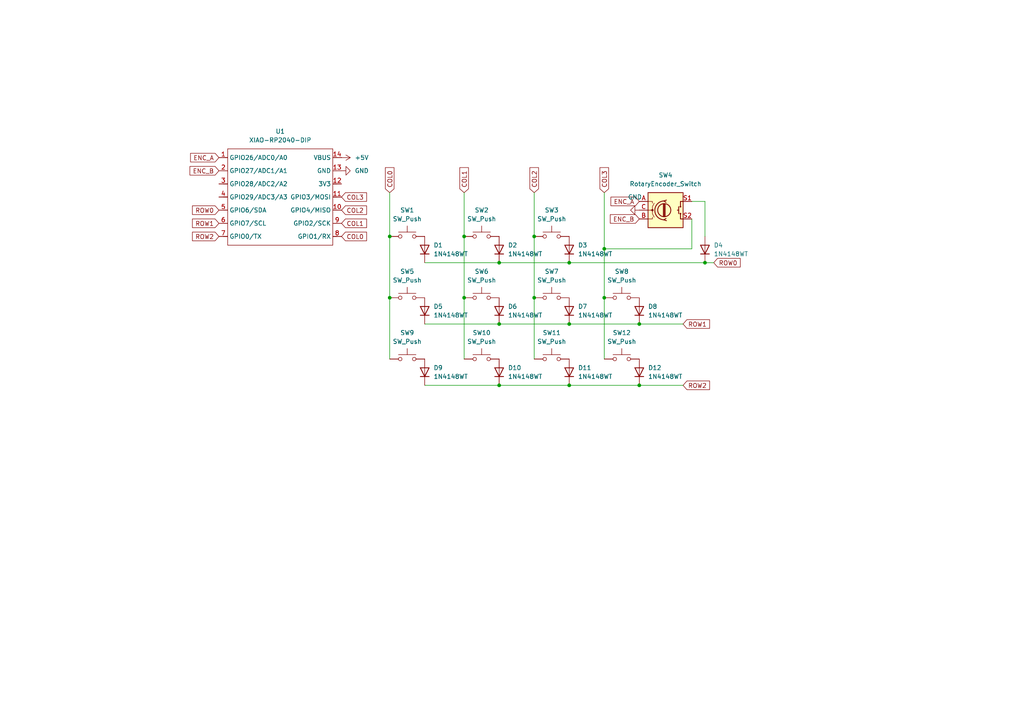
<source format=kicad_sch>
(kicad_sch (version 20250114) (generator "eeschema") (generator_version "9.0")
  (paper "A4")
  (title_block (title "PixelPad macropad"))
  (lib_symbols
    (symbol "Device:RotaryEncoder_Switch" (pin_names (offset 0.254) (hide yes))
      (property "Reference" "SW" (at 0 6.604 0))
      (property "Value" "RotaryEncoder_Switch" (at 0 -6.604 0))
      (symbol "RotaryEncoder_Switch_0_1"
        (rectangle (start -5.08 5.08) (end 5.08 -5.08) (stroke (width 0.254)) (fill (type background)))
        (polyline (pts (xy -5.08 2.54) (xy -3.81 2.54) (xy -3.81 2.032)))
        (polyline (pts (xy -5.08 0) (xy -3.81 0) (xy -3.81 -1.016) (xy -3.302 -2.032)))
        (polyline (pts (xy -5.08 -2.54) (xy -3.81 -2.54) (xy -3.81 -2.032)))
        (polyline (pts (xy -4.318 0) (xy -3.81 0) (xy -3.81 1.016) (xy -3.302 2.032)))
        (circle (center -3.81 0) (radius 0.254) (fill (type outline)))
        (polyline (pts (xy -0.635 -1.778) (xy -0.635 1.778)) (stroke (width 0.254)))
        (circle (center -0.381 0) (radius 1.905) (stroke (width 0.254)))
        (polyline (pts (xy -0.381 -1.778) (xy -0.381 1.778)) (stroke (width 0.254)))
        (arc (start -0.381 -2.794) (mid -3.0988 -0.0635) (end -0.381 2.667) (stroke (width 0.254)))
        (polyline (pts (xy -0.127 1.778) (xy -0.127 -1.778)) (stroke (width 0.254)))
        (polyline (pts (xy 0.254 2.921) (xy -0.508 2.667) (xy 0.127 2.286)) (stroke (width 0.254)))
        (polyline (pts (xy 0.254 -3.048) (xy -0.508 -2.794) (xy 0.127 -2.413)) (stroke (width 0.254)))
        (polyline (pts (xy 3.81 1.016) (xy 3.81 -1.016)) (stroke (width 0.254)))
        (polyline (pts (xy 3.81 0) (xy 3.429 0)) (stroke (width 0.254)))
        (circle (center 4.318 1.016) (radius 0.127) (stroke (width 0.254)))
        (circle (center 4.318 -1.016) (radius 0.127) (stroke (width 0.254)))
        (polyline (pts (xy 5.08 2.54) (xy 4.318 2.54) (xy 4.318 1.016)) (stroke (width 0.254)))
        (polyline (pts (xy 5.08 -2.54) (xy 4.318 -2.54) (xy 4.318 -1.016)) (stroke (width 0.254)))
      )
      (symbol "RotaryEncoder_Switch_1_1"
        (pin passive line (at -7.62 2.54 0) (length 2.54) (name "A") (number "A"))
        (pin passive line (at -7.62 0 0) (length 2.54) (name "C") (number "C"))
        (pin passive line (at -7.62 -2.54 0) (length 2.54) (name "B") (number "B"))
        (pin passive line (at 7.62 2.54 180) (length 2.54) (name "S1") (number "S1"))
        (pin passive line (at 7.62 -2.54 180) (length 2.54) (name "S2") (number "S2"))
      )
    )
    (symbol "Diode:1N4148WT" (pin_numbers (hide yes)) (pin_names (hide yes))
      (property "Reference" "D" (at 0 2.54 0))
      (property "Value" "1N4148WT" (at 0 -2.54 0))
      (symbol "1N4148WT_0_1"
        (polyline (pts (xy -1.27 1.27) (xy -1.27 -1.27)) (stroke (width 0.254)))
        (polyline (pts (xy 1.27 1.27) (xy 1.27 -1.27) (xy -1.27 0) (xy 1.27 1.27)) (stroke (width 0.254)))
        (polyline (pts (xy 1.27 0) (xy -1.27 0)))
      )
      (symbol "1N4148WT_1_1"
        (pin passive line (at -3.81 0 0) (length 2.54) (name "K") (number "1"))
        (pin passive line (at 3.81 0 180) (length 2.54) (name "A") (number "2"))
      )
    )
    (symbol "OPL:XIAO-RP2040-DIP"
      (property "Reference" "U" (at 0 0 0))
      (property "Value" "XIAO-RP2040-DIP" (at 5.334 -1.778 0))
      (symbol "XIAO-RP2040-DIP_1_0"
        (polyline (pts (xy -1.27 -2.54) (xy 29.21 -2.54)) (stroke (width 0.1524)))
        (polyline (pts (xy -1.27 -5.08) (xy -2.54 -5.08)) (stroke (width 0.1524)))
        (polyline (pts (xy -1.27 -5.08) (xy -1.27 -2.54)) (stroke (width 0.1524)))
        (polyline (pts (xy -1.27 -8.89) (xy -2.54 -8.89)) (stroke (width 0.1524)))
        (polyline (pts (xy -1.27 -8.89) (xy -1.27 -5.08)) (stroke (width 0.1524)))
        (polyline (pts (xy -1.27 -12.7) (xy -2.54 -12.7)) (stroke (width 0.1524)))
        (polyline (pts (xy -1.27 -12.7) (xy -1.27 -8.89)) (stroke (width 0.1524)))
        (polyline (pts (xy -1.27 -16.51) (xy -2.54 -16.51)) (stroke (width 0.1524)))
        (polyline (pts (xy -1.27 -16.51) (xy -1.27 -12.7)) (stroke (width 0.1524)))
        (polyline (pts (xy -1.27 -20.32) (xy -2.54 -20.32)) (stroke (width 0.1524)))
        (polyline (pts (xy -1.27 -24.13) (xy -2.54 -24.13)) (stroke (width 0.1524)))
        (polyline (pts (xy -1.27 -27.94) (xy -2.54 -27.94)) (stroke (width 0.1524)))
        (polyline (pts (xy -1.27 -30.48) (xy -1.27 -16.51)) (stroke (width 0.1524)))
        (polyline (pts (xy 29.21 -2.54) (xy 29.21 -5.08)) (stroke (width 0.1524)))
        (polyline (pts (xy 29.21 -5.08) (xy 29.21 -8.89)) (stroke (width 0.1524)))
        (polyline (pts (xy 29.21 -8.89) (xy 29.21 -12.7)) (stroke (width 0.1524)))
        (polyline (pts (xy 29.21 -12.7) (xy 29.21 -30.48)) (stroke (width 0.1524)))
        (polyline (pts (xy 29.21 -30.48) (xy -1.27 -30.48)) (stroke (width 0.1524)))
        (polyline (pts (xy 30.48 -5.08) (xy 29.21 -5.08)) (stroke (width 0.1524)))
        (polyline (pts (xy 30.48 -8.89) (xy 29.21 -8.89)) (stroke (width 0.1524)))
        (polyline (pts (xy 30.48 -12.7) (xy 29.21 -12.7)) (stroke (width 0.1524)))
        (polyline (pts (xy 30.48 -16.51) (xy 29.21 -16.51)) (stroke (width 0.1524)))
        (polyline (pts (xy 30.48 -20.32) (xy 29.21 -20.32)) (stroke (width 0.1524)))
        (polyline (pts (xy 30.48 -24.13) (xy 29.21 -24.13)) (stroke (width 0.1524)))
        (polyline (pts (xy 30.48 -27.94) (xy 29.21 -27.94)) (stroke (width 0.1524)))
        (pin passive line (at -3.81 -5.08 0) (length 2.54) (name "GPIO26/ADC0/A0") (number "1"))
        (pin passive line (at -3.81 -8.89 0) (length 2.54) (name "GPIO27/ADC1/A1") (number "2"))
        (pin passive line (at -3.81 -12.7 0) (length 2.54) (name "GPIO28/ADC2/A2") (number "3"))
        (pin passive line (at -3.81 -16.51 0) (length 2.54) (name "GPIO29/ADC3/A3") (number "4"))
        (pin passive line (at -3.81 -20.32 0) (length 2.54) (name "GPIO6/SDA") (number "5"))
        (pin passive line (at -3.81 -24.13 0) (length 2.54) (name "GPIO7/SCL") (number "6"))
        (pin passive line (at -3.81 -27.94 0) (length 2.54) (name "GPIO0/TX") (number "7"))
        (pin passive line (at 31.75 -5.08 180) (length 2.54) (name "VBUS") (number "14"))
        (pin passive line (at 31.75 -8.89 180) (length 2.54) (name "GND") (number "13"))
        (pin passive line (at 31.75 -12.7 180) (length 2.54) (name "3V3") (number "12"))
        (pin passive line (at 31.75 -16.51 180) (length 2.54) (name "GPIO3/MOSI") (number "11"))
        (pin passive line (at 31.75 -20.32 180) (length 2.54) (name "GPIO4/MISO") (number "10"))
        (pin passive line (at 31.75 -24.13 180) (length 2.54) (name "GPIO2/SCK") (number "9"))
        (pin passive line (at 31.75 -27.94 180) (length 2.54) (name "GPIO1/RX") (number "8"))
      )
    )
    (symbol "Switch:SW_Push" (pin_numbers (hide yes)) (pin_names (offset 1.016) (hide yes))
      (property "Reference" "SW" (at 1.27 2.54 0))
      (property "Value" "SW_Push" (at 0 -1.524 0))
      (symbol "SW_Push_0_1"
        (circle (center -2.032 0) (radius 0.508))
        (polyline (pts (xy 0 1.27) (xy 0 3.048)))
        (circle (center 2.032 0) (radius 0.508))
        (polyline (pts (xy 2.54 1.27) (xy -2.54 1.27)))
        (pin passive line (at -5.08 0 0) (length 2.54) (name "1") (number "1"))
        (pin passive line (at 5.08 0 180) (length 2.54) (name "2") (number "2"))
      )
    )
    (symbol "power:+5V" (power) (pin_numbers (hide yes)) (pin_names (offset 0) (hide yes))
      (property "Value" "+5V" (at 0 3.556 0))
      (symbol "+5V_0_1"
        (polyline (pts (xy -0.762 1.27) (xy 0 2.54)))
        (polyline (pts (xy 0 2.54) (xy 0.762 1.27)))
        (polyline (pts (xy 0 0) (xy 0 2.54)))
      )
      (symbol "+5V_1_1"
        (pin power_in line (at 0 0 90) (length 0) (name "~") (number "1"))
      )
    )
    (symbol "power:GND" (power) (pin_numbers (hide yes)) (pin_names (offset 0) (hide yes))
      (property "Value" "GND" (at 0 -3.81 0))
      (symbol "GND_0_1"
        (polyline (pts (xy 0 0) (xy 0 -1.27) (xy 1.27 -1.27) (xy 0 -2.54) (xy -1.27 -1.27) (xy 0 -1.27)))
      )
      (symbol "GND_1_1"
        (pin power_in line (at 0 0 270) (length 0) (name "~") (number "1"))
      )
    )
  )
  (junction (at 113.03 68.58))
  (junction (at 154.94 86.36))
  (junction (at 154.94 68.58))
  (junction (at 204.47 76.2))
  (junction (at 165.1 93.98))
  (junction (at 185.42 111.76))
  (junction (at 165.1 76.2))
  (junction (at 165.1 111.76))
  (junction (at 144.78 93.98))
  (junction (at 144.78 76.2))
  (junction (at 134.62 86.36))
  (junction (at 175.26 72.1694))
  (junction (at 175.26 86.36))
  (junction (at 185.42 93.98))
  (junction (at 113.03 86.36))
  (junction (at 144.78 111.76))
  (junction (at 134.62 68.58))
  (wire (pts (xy 113.03 86.36) (xy 113.03 104.14)))
  (wire (pts (xy 154.94 86.36) (xy 154.94 104.14)))
  (wire (pts (xy 144.78 76.2) (xy 165.1 76.2)))
  (wire (pts (xy 154.94 68.58) (xy 154.94 86.36)))
  (wire (pts (xy 123.19 76.2) (xy 144.78 76.2)))
  (wire (pts (xy 134.62 55.88) (xy 134.62 68.58)))
  (wire (pts (xy 185.42 93.98) (xy 198.12 93.98)))
  (wire (pts (xy 144.78 111.76) (xy 165.1 111.76)))
  (wire (pts (xy 165.1 111.76) (xy 185.42 111.76)))
  (wire (pts (xy 204.47 76.2) (xy 207.01 76.2)))
  (wire (pts (xy 134.62 68.58) (xy 134.62 86.36)))
  (wire (pts (xy 175.26 55.88) (xy 175.26 72.1694)))
  (wire (pts (xy 175.26 72.1694) (xy 175.26 86.36)))
  (wire (pts (xy 175.26 86.36) (xy 175.26 104.14)))
  (wire (pts (xy 185.42 111.76) (xy 198.12 111.76)))
  (wire (pts (xy 123.19 93.98) (xy 144.78 93.98)))
  (wire (pts (xy 113.03 55.88) (xy 113.03 68.58)))
  (wire (pts (xy 144.78 93.98) (xy 165.1 93.98)))
  (wire (pts (xy 165.1 76.2) (xy 204.47 76.2)))
  (wire (pts (xy 200.66 63.5) (xy 200.66 72.1694)))
  (wire (pts (xy 113.03 68.58) (xy 113.03 86.36)))
  (wire (pts (xy 123.19 111.76) (xy 144.78 111.76)))
  (wire (pts (xy 175.26 72.1694) (xy 200.66 72.1694)))
  (wire (pts (xy 204.47 68.58) (xy 204.47 58.42)))
  (wire (pts (xy 154.94 55.88) (xy 154.94 68.58)))
  (wire (pts (xy 134.62 86.36) (xy 134.62 104.14)))
  (wire (pts (xy 200.66 58.42) (xy 204.47 58.42)))
  (wire (pts (xy 165.1 93.98) (xy 185.42 93.98)))
  (global_label "ROW0" (shape input) (at 207.01 76.2 0) (property "Intersheetrefs" "${INTERSHEET_REFS}" (effects (hide yes))))
  (global_label "ROW2" (shape input) (at 63.5 68.58 180) (property "Intersheetrefs" "${INTERSHEET_REFS}" (effects (hide yes))))
  (global_label "COL3" (shape input) (at 175.26 55.88 90) (property "Intersheetrefs" "${INTERSHEET_REFS}" (effects (hide yes))))
  (global_label "COL2" (shape input) (at 154.94 55.88 90) (property "Intersheetrefs" "${INTERSHEET_REFS}" (effects (hide yes))))
  (global_label "COL2" (shape input) (at 99.06 60.96 0) (property "Intersheetrefs" "${INTERSHEET_REFS}" (effects (hide yes))))
  (global_label "ROW1" (shape input) (at 198.12 93.98 0) (property "Intersheetrefs" "${INTERSHEET_REFS}" (effects (hide yes))))
  (global_label "ENC_A" (shape input) (at 185.42 58.42 180) (property "Intersheetrefs" "${INTERSHEET_REFS}" (effects (hide yes))))
  (global_label "ROW1" (shape input) (at 63.5 64.77 180) (property "Intersheetrefs" "${INTERSHEET_REFS}" (effects (hide yes))))
  (global_label "ENC_A" (shape input) (at 63.5 45.72 180) (property "Intersheetrefs" "${INTERSHEET_REFS}" (effects (hide yes))))
  (global_label "COL1" (shape input) (at 134.62 55.88 90) (property "Intersheetrefs" "${INTERSHEET_REFS}" (effects (hide yes))))
  (global_label "COL1" (shape input) (at 99.06 64.77 0) (property "Intersheetrefs" "${INTERSHEET_REFS}" (effects (hide yes))))
  (global_label "ROW0" (shape input) (at 63.5 60.96 180) (property "Intersheetrefs" "${INTERSHEET_REFS}" (effects (hide yes))))
  (global_label "COL0" (shape input) (at 113.03 55.88 90) (property "Intersheetrefs" "${INTERSHEET_REFS}" (effects (hide yes))))
  (global_label "COL3" (shape input) (at 99.06 57.15 0) (property "Intersheetrefs" "${INTERSHEET_REFS}" (effects (hide yes))))
  (global_label "ENC_B" (shape input) (at 63.5 49.53 180) (property "Intersheetrefs" "${INTERSHEET_REFS}" (effects (hide yes))))
  (global_label "ROW2" (shape input) (at 198.12 111.76 0) (property "Intersheetrefs" "${INTERSHEET_REFS}" (effects (hide yes))))
  (global_label "COL0" (shape input) (at 99.06 68.58 0) (property "Intersheetrefs" "${INTERSHEET_REFS}" (effects (hide yes))))
  (global_label "ENC_B" (shape input) (at 185.42 63.5 180) (property "Intersheetrefs" "${INTERSHEET_REFS}" (effects (hide yes))))
  (symbol (lib_id "power:+5V") (at 99.06 45.72 270) (unit 1)
    (property "Reference" "#PWR04" (effects (hide yes)))
    (property "Value" "+5V" (at 102.87 45.7199 90) (effects (justify left)))
    (property "Description" "Power symbol creates a global label with name \"+5V\"" (effects (hide yes)))
  )
  (symbol (lib_id "power:GND") (at 99.06 49.53 90) (unit 1)
    (property "Reference" "#PWR03" (effects (hide yes)))
    (property "Value" "GND" (at 102.87 49.5299 90) (effects (justify right)))
    (property "Description" "Power symbol creates a global label with name \"GND\" , ground" (effects (hide yes)))
  )
  (symbol (lib_id "Diode:1N4148WT") (at 144.78 90.17 90) (unit 1)
    (property "Reference" "D6" (at 147.32 88.8999 90) (effects (justify right)))
    (property "Value" "1N4148WT" (at 147.32 91.4399 90) (effects (justify right)))
    (property "Footprint" "Diode_THT:D_DO-35_SOD27_P7.62mm_Horizontal" (effects (hide yes)))
    (property "Datasheet" "https://www.diodes.com/assets/Datasheets/ds30396.pdf" (effects (hide yes)))
    (property "Description" "75V 0.15A Fast switching Diode, SOD-523" (effects (hide yes)))
    (property "Sim.Device" "D" (effects (hide yes)))
    (property "Sim.Pins" "1=K 2=A" (effects (hide yes)))
  )
  (symbol (lib_id "Diode:1N4148WT") (at 185.42 90.17 90) (unit 1)
    (property "Reference" "D8" (at 187.96 88.8999 90) (effects (justify right)))
    (property "Value" "1N4148WT" (at 187.96 91.4399 90) (effects (justify right)))
    (property "Footprint" "Diode_THT:D_DO-35_SOD27_P7.62mm_Horizontal" (effects (hide yes)))
    (property "Datasheet" "https://www.diodes.com/assets/Datasheets/ds30396.pdf" (effects (hide yes)))
    (property "Description" "75V 0.15A Fast switching Diode, SOD-523" (effects (hide yes)))
    (property "Sim.Device" "D" (effects (hide yes)))
    (property "Sim.Pins" "1=K 2=A" (effects (hide yes)))
  )
  (symbol (lib_id "Diode:1N4148WT") (at 165.1 90.17 90) (unit 1)
    (property "Reference" "D7" (at 167.64 88.8999 90) (effects (justify right)))
    (property "Value" "1N4148WT" (at 167.64 91.4399 90) (effects (justify right)))
    (property "Footprint" "Diode_THT:D_DO-35_SOD27_P7.62mm_Horizontal" (effects (hide yes)))
    (property "Datasheet" "https://www.diodes.com/assets/Datasheets/ds30396.pdf" (effects (hide yes)))
    (property "Description" "75V 0.15A Fast switching Diode, SOD-523" (effects (hide yes)))
    (property "Sim.Device" "D" (effects (hide yes)))
    (property "Sim.Pins" "1=K 2=A" (effects (hide yes)))
  )
  (symbol (lib_id "Switch:SW_Push") (at 118.11 68.58 0) (unit 1)
    (property "Reference" "SW1" (at 118.11 60.96 0))
    (property "Value" "SW_Push" (at 118.11 63.5 0))
    (property "Footprint" "Button_Switch_Keyboard:SW_Cherry_MX_1.00u_PCB" (effects (hide yes)))
    (property "Description" "Push button switch, generic, two pins" (effects (hide yes)))
  )
  (symbol (lib_id "Switch:SW_Push") (at 180.34 86.36 0) (unit 1)
    (property "Reference" "SW8" (at 180.34 78.74 0))
    (property "Value" "SW_Push" (at 180.34 81.28 0))
    (property "Footprint" "Button_Switch_Keyboard:SW_Cherry_MX_1.00u_PCB" (effects (hide yes)))
    (property "Description" "Push button switch, generic, two pins" (effects (hide yes)))
  )
  (symbol (lib_id "Diode:1N4148WT") (at 123.19 72.39 90) (unit 1)
    (property "Reference" "D1" (at 125.73 71.1199 90) (effects (justify right)))
    (property "Value" "1N4148WT" (at 125.73 73.6599 90) (effects (justify right)))
    (property "Footprint" "Diode_THT:D_DO-35_SOD27_P7.62mm_Horizontal" (effects (hide yes)))
    (property "Datasheet" "https://www.diodes.com/assets/Datasheets/ds30396.pdf" (effects (hide yes)))
    (property "Description" "75V 0.15A Fast switching Diode, SOD-523" (effects (hide yes)))
    (property "Sim.Device" "D" (effects (hide yes)))
    (property "Sim.Pins" "1=K 2=A" (effects (hide yes)))
  )
  (symbol (lib_id "Diode:1N4148WT") (at 165.1 107.95 90) (unit 1)
    (property "Reference" "D11" (at 167.64 106.6799 90) (effects (justify right)))
    (property "Value" "1N4148WT" (at 167.64 109.2199 90) (effects (justify right)))
    (property "Footprint" "Diode_THT:D_DO-35_SOD27_P7.62mm_Horizontal" (effects (hide yes)))
    (property "Datasheet" "https://www.diodes.com/assets/Datasheets/ds30396.pdf" (effects (hide yes)))
    (property "Description" "75V 0.15A Fast switching Diode, SOD-523" (effects (hide yes)))
    (property "Sim.Device" "D" (effects (hide yes)))
    (property "Sim.Pins" "1=K 2=A" (effects (hide yes)))
  )
  (symbol (lib_id "Switch:SW_Push") (at 160.02 68.58 0) (unit 1)
    (property "Reference" "SW3" (at 160.02 60.96 0))
    (property "Value" "SW_Push" (at 160.02 63.5 0))
    (property "Footprint" "Button_Switch_Keyboard:SW_Cherry_MX_1.00u_PCB" (effects (hide yes)))
    (property "Description" "Push button switch, generic, two pins" (effects (hide yes)))
  )
  (symbol (lib_id "Diode:1N4148WT") (at 123.19 107.95 90) (unit 1)
    (property "Reference" "D9" (at 125.73 106.6799 90) (effects (justify right)))
    (property "Value" "1N4148WT" (at 125.73 109.2199 90) (effects (justify right)))
    (property "Footprint" "Diode_THT:D_DO-35_SOD27_P7.62mm_Horizontal" (effects (hide yes)))
    (property "Datasheet" "https://www.diodes.com/assets/Datasheets/ds30396.pdf" (effects (hide yes)))
    (property "Description" "75V 0.15A Fast switching Diode, SOD-523" (effects (hide yes)))
    (property "Sim.Device" "D" (effects (hide yes)))
    (property "Sim.Pins" "1=K 2=A" (effects (hide yes)))
  )
  (symbol (lib_id "Switch:SW_Push") (at 139.7 104.14 0) (unit 1)
    (property "Reference" "SW10" (at 139.7 96.52 0))
    (property "Value" "SW_Push" (at 139.7 99.06 0))
    (property "Footprint" "Button_Switch_Keyboard:SW_Cherry_MX_1.00u_PCB" (effects (hide yes)))
    (property "Description" "Push button switch, generic, two pins" (effects (hide yes)))
  )
  (symbol (lib_id "Device:RotaryEncoder_Switch") (at 193.04 60.96 0) (unit 1)
    (property "Reference" "SW4" (at 193.04 50.8 0))
    (property "Value" "RotaryEncoder_Switch" (at 193.04 53.34 0))
    (property "Footprint" "Rotary_Encoder:RotaryEncoder_Alps_EC11E-Switch_Vertical_H20mm" (effects (hide yes)))
    (property "Description" "Rotary encoder, dual channel, incremental quadrate outputs, with switch" (effects (hide yes)))
  )
  (symbol (lib_id "Diode:1N4148WT") (at 185.42 107.95 90) (unit 1)
    (property "Reference" "D12" (at 187.96 106.6799 90) (effects (justify right)))
    (property "Value" "1N4148WT" (at 187.96 109.2199 90) (effects (justify right)))
    (property "Footprint" "Diode_THT:D_DO-35_SOD27_P7.62mm_Horizontal" (effects (hide yes)))
    (property "Datasheet" "https://www.diodes.com/assets/Datasheets/ds30396.pdf" (effects (hide yes)))
    (property "Description" "75V 0.15A Fast switching Diode, SOD-523" (effects (hide yes)))
    (property "Sim.Device" "D" (effects (hide yes)))
    (property "Sim.Pins" "1=K 2=A" (effects (hide yes)))
  )
  (symbol (lib_id "Switch:SW_Push") (at 139.7 86.36 0) (unit 1)
    (property "Reference" "SW6" (at 139.7 78.74 0))
    (property "Value" "SW_Push" (at 139.7 81.28 0))
    (property "Footprint" "Button_Switch_Keyboard:SW_Cherry_MX_1.00u_PCB" (effects (hide yes)))
    (property "Description" "Push button switch, generic, two pins" (effects (hide yes)))
  )
  (symbol (lib_id "power:GND") (at 185.42 60.96 270) (unit 1)
    (property "Reference" "#PWR01" (effects (hide yes)))
    (property "Value" "GND" (at 184.15 57.15 90))
    (property "Description" "Power symbol creates a global label with name \"GND\" , ground" (effects (hide yes)))
  )
  (symbol (lib_id "OPL:XIAO-RP2040-DIP") (at 67.31 40.64 0) (unit 1)
    (property "Reference" "U1" (at 81.28 38.1 0))
    (property "Value" "XIAO-RP2040-DIP" (at 81.28 40.64 0))
    (property "Footprint" "OPL:XIAO-RP2040-DIP" (effects (hide yes)))
  )
  (symbol (lib_id "Switch:SW_Push") (at 180.34 104.14 0) (unit 1)
    (property "Reference" "SW12" (at 180.34 96.52 0))
    (property "Value" "SW_Push" (at 180.34 99.06 0))
    (property "Footprint" "Button_Switch_Keyboard:SW_Cherry_MX_1.00u_PCB" (effects (hide yes)))
    (property "Description" "Push button switch, generic, two pins" (effects (hide yes)))
  )
  (symbol (lib_id "Diode:1N4148WT") (at 123.19 90.17 90) (unit 1)
    (property "Reference" "D5" (at 125.73 88.8999 90) (effects (justify right)))
    (property "Value" "1N4148WT" (at 125.73 91.4399 90) (effects (justify right)))
    (property "Footprint" "Diode_THT:D_DO-35_SOD27_P7.62mm_Horizontal" (effects (hide yes)))
    (property "Datasheet" "https://www.diodes.com/assets/Datasheets/ds30396.pdf" (effects (hide yes)))
    (property "Description" "75V 0.15A Fast switching Diode, SOD-523" (effects (hide yes)))
    (property "Sim.Device" "D" (effects (hide yes)))
    (property "Sim.Pins" "1=K 2=A" (effects (hide yes)))
  )
  (symbol (lib_id "Diode:1N4148WT") (at 144.78 107.95 90) (unit 1)
    (property "Reference" "D10" (at 147.32 106.6799 90) (effects (justify right)))
    (property "Value" "1N4148WT" (at 147.32 109.2199 90) (effects (justify right)))
    (property "Footprint" "Diode_THT:D_DO-35_SOD27_P7.62mm_Horizontal" (effects (hide yes)))
    (property "Datasheet" "https://www.diodes.com/assets/Datasheets/ds30396.pdf" (effects (hide yes)))
    (property "Description" "75V 0.15A Fast switching Diode, SOD-523" (effects (hide yes)))
    (property "Sim.Device" "D" (effects (hide yes)))
    (property "Sim.Pins" "1=K 2=A" (effects (hide yes)))
  )
  (symbol (lib_id "Switch:SW_Push") (at 160.02 104.14 0) (unit 1)
    (property "Reference" "SW11" (at 160.02 96.52 0))
    (property "Value" "SW_Push" (at 160.02 99.06 0))
    (property "Footprint" "Button_Switch_Keyboard:SW_Cherry_MX_1.00u_PCB" (effects (hide yes)))
    (property "Description" "Push button switch, generic, two pins" (effects (hide yes)))
  )
  (symbol (lib_id "Switch:SW_Push") (at 118.11 86.36 0) (unit 1)
    (property "Reference" "SW5" (at 118.11 78.74 0))
    (property "Value" "SW_Push" (at 118.11 81.28 0))
    (property "Footprint" "Button_Switch_Keyboard:SW_Cherry_MX_1.00u_PCB" (effects (hide yes)))
    (property "Description" "Push button switch, generic, two pins" (effects (hide yes)))
  )
  (symbol (lib_id "Diode:1N4148WT") (at 204.47 72.39 90) (unit 1)
    (property "Reference" "D4" (at 207.01 71.1199 90) (effects (justify right)))
    (property "Value" "1N4148WT" (at 207.01 73.6599 90) (effects (justify right)))
    (property "Footprint" "Diode_THT:D_DO-35_SOD27_P7.62mm_Horizontal" (effects (hide yes)))
    (property "Datasheet" "https://www.diodes.com/assets/Datasheets/ds30396.pdf" (effects (hide yes)))
    (property "Description" "75V 0.15A Fast switching Diode, SOD-523" (effects (hide yes)))
    (property "Sim.Device" "D" (effects (hide yes)))
    (property "Sim.Pins" "1=K 2=A" (effects (hide yes)))
  )
  (symbol (lib_id "Diode:1N4148WT") (at 144.78 72.39 90) (unit 1)
    (property "Reference" "D2" (at 147.32 71.1199 90) (effects (justify right)))
    (property "Value" "1N4148WT" (at 147.32 73.6599 90) (effects (justify right)))
    (property "Footprint" "Diode_THT:D_DO-35_SOD27_P7.62mm_Horizontal" (effects (hide yes)))
    (property "Datasheet" "https://www.diodes.com/assets/Datasheets/ds30396.pdf" (effects (hide yes)))
    (property "Description" "75V 0.15A Fast switching Diode, SOD-523" (effects (hide yes)))
    (property "Sim.Device" "D" (effects (hide yes)))
    (property "Sim.Pins" "1=K 2=A" (effects (hide yes)))
  )
  (symbol (lib_id "Switch:SW_Push") (at 160.02 86.36 0) (unit 1)
    (property "Reference" "SW7" (at 160.02 78.74 0))
    (property "Value" "SW_Push" (at 160.02 81.28 0))
    (property "Footprint" "Button_Switch_Keyboard:SW_Cherry_MX_1.00u_PCB" (effects (hide yes)))
    (property "Description" "Push button switch, generic, two pins" (effects (hide yes)))
  )
  (symbol (lib_id "Switch:SW_Push") (at 139.7 68.58 0) (unit 1)
    (property "Reference" "SW2" (at 139.7 60.96 0))
    (property "Value" "SW_Push" (at 139.7 63.5 0))
    (property "Footprint" "Button_Switch_Keyboard:SW_Cherry_MX_1.00u_PCB" (effects (hide yes)))
    (property "Description" "Push button switch, generic, two pins" (effects (hide yes)))
  )
  (symbol (lib_id "Switch:SW_Push") (at 118.11 104.14 0) (unit 1)
    (property "Reference" "SW9" (at 118.11 96.52 0))
    (property "Value" "SW_Push" (at 118.11 99.06 0))
    (property "Footprint" "Button_Switch_Keyboard:SW_Cherry_MX_1.00u_PCB" (effects (hide yes)))
    (property "Description" "Push button switch, generic, two pins" (effects (hide yes)))
  )
  (symbol (lib_id "Diode:1N4148WT") (at 165.1 72.39 90) (unit 1)
    (property "Reference" "D3" (at 167.64 71.1199 90) (effects (justify right)))
    (property "Value" "1N4148WT" (at 167.64 73.6599 90) (effects (justify right)))
    (property "Footprint" "Diode_THT:D_DO-35_SOD27_P7.62mm_Horizontal" (effects (hide yes)))
    (property "Datasheet" "https://www.diodes.com/assets/Datasheets/ds30396.pdf" (effects (hide yes)))
    (property "Description" "75V 0.15A Fast switching Diode, SOD-523" (effects (hide yes)))
    (property "Sim.Device" "D" (effects (hide yes)))
    (property "Sim.Pins" "1=K 2=A" (effects (hide yes)))
  )
)
</source>
